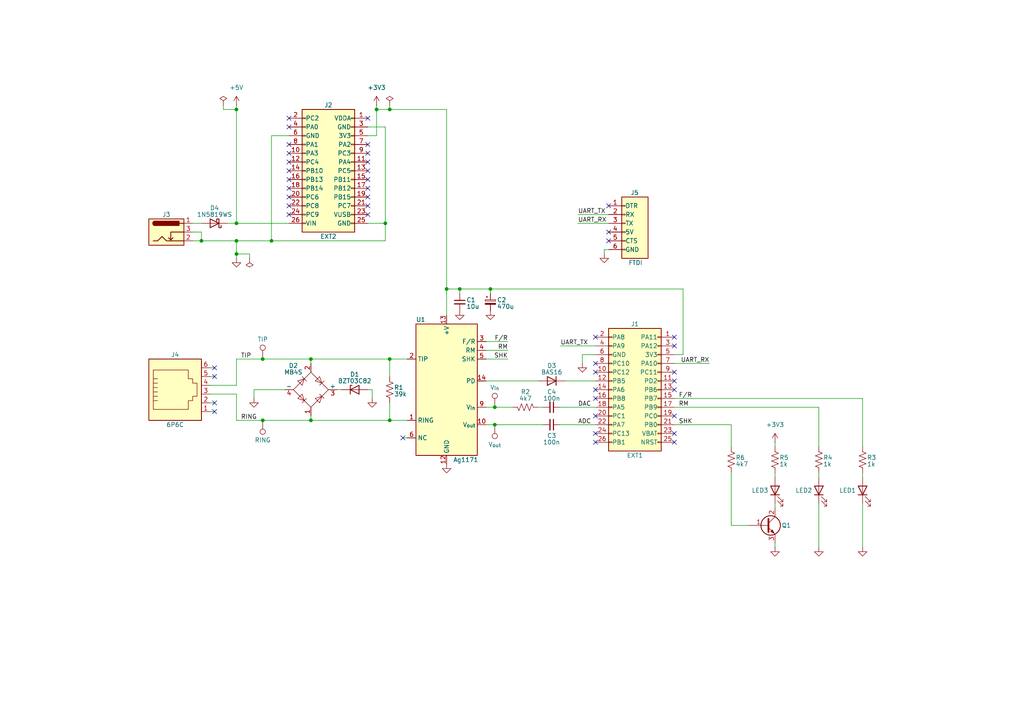
<source format=kicad_sch>
(kicad_sch (version 20231120) (generator "eeschema") (generator_version "8.0")
  (paper "A4")
  (lib_symbols
    (symbol "Conn_02x13_Odd_Even_1" (pin_names (offset 1.016))
      (property "Reference" "J2" (at 0 19.05 0))
      (symbol "Conn_02x13_Odd_Even_1_1_1"
        (rectangle (start -7.62 -15.113) (end -6.604 -15.367) (stroke (width 0.1524)))
        (rectangle (start -7.62 -12.573) (end -6.604 -12.827) (stroke (width 0.1524)))
        (rectangle (start -7.62 -10.033) (end -6.604 -10.287) (stroke (width 0.1524)))
        (rectangle (start -7.62 -7.493) (end -6.604 -7.747) (stroke (width 0.1524)))
        (rectangle (start -7.62 -4.953) (end -6.604 -5.207) (stroke (width 0.1524)))
        (rectangle (start -7.62 -2.413) (end -6.604 -2.667) (stroke (width 0.1524)))
        (rectangle (start -7.62 0.127) (end -6.604 -0.127) (stroke (width 0.1524)))
        (rectangle (start -7.62 2.667) (end -6.604 2.413) (stroke (width 0.1524)))
        (rectangle (start -7.62 5.207) (end -6.604 4.953) (stroke (width 0.1524)))
        (rectangle (start -7.62 7.747) (end -6.604 7.493) (stroke (width 0.1524)))
        (rectangle (start -7.62 10.287) (end -6.604 10.033) (stroke (width 0.1524)))
        (rectangle (start -7.62 12.827) (end -6.604 12.573) (stroke (width 0.1524)))
        (rectangle (start -7.62 15.367) (end -6.604 15.113) (stroke (width 0.1524)))
        (rectangle (start -7.62 17.78) (end 7.62 -17.78) (stroke (width 0.254)) (fill (type background)))
        (rectangle (start 6.604 -15.113) (end 7.62 -15.367) (stroke (width 0.1524)))
        (rectangle (start 6.604 -12.573) (end 7.62 -12.827) (stroke (width 0.1524)))
        (rectangle (start 6.604 -10.033) (end 7.62 -10.287) (stroke (width 0.1524)))
        (rectangle (start 6.604 -7.493) (end 7.62 -7.747) (stroke (width 0.1524)))
        (rectangle (start 6.604 -4.953) (end 7.62 -5.207) (stroke (width 0.1524)))
        (rectangle (start 6.604 -2.413) (end 7.62 -2.667) (stroke (width 0.1524)))
        (rectangle (start 6.604 0.127) (end 7.62 -0.127) (stroke (width 0.1524)))
        (rectangle (start 6.604 2.667) (end 7.62 2.413) (stroke (width 0.1524)))
        (rectangle (start 6.604 5.207) (end 7.62 4.953) (stroke (width 0.1524)))
        (rectangle (start 6.604 7.747) (end 7.62 7.493) (stroke (width 0.1524)))
        (rectangle (start 6.604 10.287) (end 7.62 10.033) (stroke (width 0.1524)))
        (rectangle (start 6.604 12.827) (end 7.62 12.573) (stroke (width 0.1524)))
        (rectangle (start 6.604 15.367) (end 7.62 15.113) (stroke (width 0.1524)))
        (pin passive line (at -11.43 15.24 0) (length 3.81) (name "VDDA") (number "1"))
        (pin passive line (at 11.43 5.08 180) (length 3.81) (name "PA3") (number "10"))
        (pin passive line (at -11.43 2.54 0) (length 3.81) (name "PA4") (number "11"))
        (pin passive line (at 11.43 2.54 180) (length 3.81) (name "PC4") (number "12"))
        (pin passive line (at -11.43 0 0) (length 3.81) (name "PC5") (number "13"))
        (pin passive line (at 11.43 0 180) (length 3.81) (name "PB10") (number "14"))
        (pin passive line (at -11.43 -2.54 0) (length 3.81) (name "PB11") (number "15"))
        (pin passive line (at 11.43 -2.54 180) (length 3.81) (name "PB13") (number "16"))
        (pin passive line (at -11.43 -5.08 0) (length 3.81) (name "PB12") (number "17"))
        (pin passive line (at 11.43 -5.08 180) (length 3.81) (name "PB14") (number "18"))
        (pin passive line (at -11.43 -7.62 0) (length 3.81) (name "PB15") (number "19"))
        (pin passive line (at 11.43 15.24 180) (length 3.81) (name "PC2") (number "2"))
        (pin passive line (at 11.43 -7.62 180) (length 3.81) (name "PC6") (number "20"))
        (pin passive line (at -11.43 -10.16 0) (length 3.81) (name "PC7") (number "21"))
        (pin passive line (at 11.43 -10.16 180) (length 3.81) (name "PC8") (number "22"))
        (pin passive line (at -11.43 -12.7 0) (length 3.81) (name "VUSB") (number "23"))
        (pin passive line (at 11.43 -12.7 180) (length 3.81) (name "PC9") (number "24"))
        (pin passive line (at -11.43 -15.24 0) (length 3.81) (name "GND") (number "25"))
        (pin passive line (at 11.43 -15.24 180) (length 3.81) (name "VIN") (number "26"))
        (pin passive line (at -11.43 12.7 0) (length 3.81) (name "GND") (number "3"))
        (pin passive line (at 11.43 12.7 180) (length 3.81) (name "PA0") (number "4"))
        (pin passive line (at -11.43 10.16 0) (length 3.81) (name "3V3") (number "5"))
        (pin passive line (at 11.43 10.16 180) (length 3.81) (name "GND") (number "6"))
        (pin passive line (at -11.43 7.62 0) (length 3.81) (name "PA2") (number "7"))
        (pin passive line (at 11.43 7.62 180) (length 3.81) (name "PA1") (number "8"))
        (pin passive line (at -11.43 5.08 0) (length 3.81) (name "PC3") (number "9"))
      )
    )
    (symbol "Connector:6P6C" (pin_names (offset 1.016))
      (property "Reference" "J" (at -5.08 11.43 0))
      (property "Value" "6P6C" (at 2.54 11.43 0))
      (symbol "6P6C_0_1"
        (polyline (pts (xy -6.35 -1.905) (xy -5.08 -1.905) (xy -5.08 -1.905)))
        (polyline (pts (xy -6.35 -0.635) (xy -5.08 -0.635) (xy -5.08 -0.635)))
        (polyline (pts (xy -6.35 0.635) (xy -5.08 0.635) (xy -5.08 0.635)))
        (polyline (pts (xy -6.35 1.905) (xy -5.08 1.905) (xy -5.08 1.905)))
        (polyline (pts (xy -6.35 3.175) (xy -5.08 3.175) (xy -5.08 3.175)))
        (polyline (pts (xy -5.08 4.445) (xy -6.35 4.445) (xy -6.35 4.445)))
        (polyline (pts (xy -6.35 -4.445) (xy -6.35 6.985) (xy 3.81 6.985) (xy 3.81 4.445) (xy 5.08 4.445) (xy 5.08 3.175) (xy 6.35 3.175) (xy 6.35 -0.635) (xy 5.08 -0.635) (xy 5.08 -1.905) (xy 3.81 -1.905) (xy 3.81 -4.445) (xy -6.35 -4.445) (xy -6.35 -4.445)))
        (rectangle (start 7.62 10.16) (end -7.62 -7.62) (stroke (width 0.254)) (fill (type background)))
      )
      (symbol "6P6C_1_1"
        (pin passive line (at 10.16 -5.08 180) (length 2.54) (name "~") (number "1"))
        (pin passive line (at 10.16 -2.54 180) (length 2.54) (name "~") (number "2"))
        (pin passive line (at 10.16 0 180) (length 2.54) (name "~") (number "3"))
        (pin passive line (at 10.16 2.54 180) (length 2.54) (name "~") (number "4"))
        (pin passive line (at 10.16 5.08 180) (length 2.54) (name "~") (number "5"))
        (pin passive line (at 10.16 7.62 180) (length 2.54) (name "~") (number "6"))
      )
    )
    (symbol "Connector:Barrel_Jack_Switch" (pin_names hide)
      (property "Reference" "J" (at 0 5.334 0))
      (property "Value" "Barrel_Jack_Switch" (at 0 -5.08 0))
      (symbol "Barrel_Jack_Switch_0_1"
        (rectangle (start -5.08 3.81) (end 5.08 -3.81) (stroke (width 0.254)) (fill (type background)))
        (arc (start -3.302 3.175) (mid -3.9343 2.54) (end -3.302 1.905) (stroke (width 0.254)))
        (arc (start -3.302 3.175) (mid -3.9343 2.54) (end -3.302 1.905) (stroke (width 0.254)) (fill (type outline)))
        (polyline (pts (xy 1.27 -2.286) (xy 1.905 -1.651)) (stroke (width 0.254)))
        (polyline (pts (xy 5.08 2.54) (xy 3.81 2.54)) (stroke (width 0.254)))
        (polyline (pts (xy 5.08 0) (xy 1.27 0) (xy 1.27 -2.286) (xy 0.635 -1.651)) (stroke (width 0.254)))
        (polyline (pts (xy -3.81 -2.54) (xy -2.54 -2.54) (xy -1.27 -1.27) (xy 0 -2.54) (xy 2.54 -2.54) (xy 5.08 -2.54)) (stroke (width 0.254)))
        (rectangle (start 3.683 3.175) (end -3.302 1.905) (stroke (width 0.254)) (fill (type outline)))
      )
      (symbol "Barrel_Jack_Switch_1_1"
        (pin passive line (at 7.62 2.54 180) (length 2.54) (name "~") (number "1"))
        (pin passive line (at 7.62 -2.54 180) (length 2.54) (name "~") (number "2"))
        (pin passive line (at 7.62 0 180) (length 2.54) (name "~") (number "3"))
      )
    )
    (symbol "Connector:TestPoint" (pin_numbers hide) (pin_names (offset 0.762) hide)
      (property "Reference" "TP" (at 0 6.858 0))
      (property "Value" "TestPoint" (at 0 5.08 0))
      (symbol "TestPoint_0_1"
        (circle (center 0 3.302) (radius 0.762))
      )
      (symbol "TestPoint_1_1"
        (pin passive line (at 0 0 90) (length 2.54) (name "1") (number "1"))
      )
    )
    (symbol "Connector_Generic:Conn_01x06" (pin_names (offset 1.016))
      (property "Reference" "J6" (at -1.27 8.89 0))
      (property "Value" "FTDI" (at -1.905 -11.43 0))
      (symbol "Conn_01x06_1_1"
        (rectangle (start -3.81 -7.493) (end -2.794 -7.747) (stroke (width 0.1524)))
        (rectangle (start -3.81 -4.953) (end -2.794 -5.207) (stroke (width 0.1524)))
        (rectangle (start -3.81 -2.413) (end -2.794 -2.667) (stroke (width 0.1524)))
        (rectangle (start -3.81 0.127) (end -2.794 -0.127) (stroke (width 0.1524)))
        (rectangle (start -3.81 2.667) (end -2.794 2.413) (stroke (width 0.1524)))
        (rectangle (start -3.81 5.207) (end -2.794 4.953) (stroke (width 0.1524)))
        (rectangle (start -3.81 7.62) (end 3.81 -10.16) (stroke (width 0.254)) (fill (type background)))
        (pin passive line (at -7.62 5.08 0) (length 3.81) (name "DTR") (number "1"))
        (pin passive line (at -7.62 2.54 0) (length 3.81) (name "RX") (number "2"))
        (pin passive line (at -7.62 0 0) (length 3.81) (name "TX") (number "3"))
        (pin passive line (at -7.62 -2.54 0) (length 3.81) (name "5V") (number "4"))
        (pin passive line (at -7.62 -5.08 0) (length 3.81) (name "CTS") (number "5"))
        (pin passive line (at -7.62 -7.62 0) (length 3.81) (name "GND") (number "6"))
      )
    )
    (symbol "Connector_Generic:Conn_02x13_Odd_Even" (pin_names (offset 1.016))
      (property "Reference" "J1" (at 0 19.05 0))
      (symbol "Conn_02x13_Odd_Even_1_1"
        (rectangle (start -7.62 -15.113) (end -6.604 -15.367) (stroke (width 0.1524)))
        (rectangle (start -7.62 -12.573) (end -6.604 -12.827) (stroke (width 0.1524)))
        (rectangle (start -7.62 -10.033) (end -6.604 -10.287) (stroke (width 0.1524)))
        (rectangle (start -7.62 -7.493) (end -6.604 -7.747) (stroke (width 0.1524)))
        (rectangle (start -7.62 -4.953) (end -6.604 -5.207) (stroke (width 0.1524)))
        (rectangle (start -7.62 -2.413) (end -6.604 -2.667) (stroke (width 0.1524)))
        (rectangle (start -7.62 0.127) (end -6.604 -0.127) (stroke (width 0.1524)))
        (rectangle (start -7.62 2.667) (end -6.604 2.413) (stroke (width 0.1524)))
        (rectangle (start -7.62 5.207) (end -6.604 4.953) (stroke (width 0.1524)))
        (rectangle (start -7.62 7.747) (end -6.604 7.493) (stroke (width 0.1524)))
        (rectangle (start -7.62 10.287) (end -6.604 10.033) (stroke (width 0.1524)))
        (rectangle (start -7.62 12.827) (end -6.604 12.573) (stroke (width 0.1524)))
        (rectangle (start -7.62 15.367) (end -6.604 15.113) (stroke (width 0.1524)))
        (rectangle (start -7.62 17.78) (end 7.62 -17.78) (stroke (width 0.254)) (fill (type background)))
        (rectangle (start 6.604 -15.113) (end 7.62 -15.367) (stroke (width 0.1524)))
        (rectangle (start 6.604 -12.573) (end 7.62 -12.827) (stroke (width 0.1524)))
        (rectangle (start 6.604 -10.033) (end 7.62 -10.287) (stroke (width 0.1524)))
        (rectangle (start 6.604 -7.493) (end 7.62 -7.747) (stroke (width 0.1524)))
        (rectangle (start 6.604 -4.953) (end 7.62 -5.207) (stroke (width 0.1524)))
        (rectangle (start 6.604 -2.413) (end 7.62 -2.667) (stroke (width 0.1524)))
        (rectangle (start 6.604 0.127) (end 7.62 -0.127) (stroke (width 0.1524)))
        (rectangle (start 6.604 2.667) (end 7.62 2.413) (stroke (width 0.1524)))
        (rectangle (start 6.604 5.207) (end 7.62 4.953) (stroke (width 0.1524)))
        (rectangle (start 6.604 7.747) (end 7.62 7.493) (stroke (width 0.1524)))
        (rectangle (start 6.604 10.287) (end 7.62 10.033) (stroke (width 0.1524)))
        (rectangle (start 6.604 12.827) (end 7.62 12.573) (stroke (width 0.1524)))
        (rectangle (start 6.604 15.367) (end 7.62 15.113) (stroke (width 0.1524)))
        (pin passive line (at -11.43 15.24 0) (length 3.81) (name "PA11") (number "1"))
        (pin passive line (at 11.43 5.08 180) (length 3.81) (name "PC12") (number "10"))
        (pin passive line (at -11.43 2.54 0) (length 3.81) (name "PD2") (number "11"))
        (pin passive line (at 11.43 2.54 180) (length 3.81) (name "PB5") (number "12"))
        (pin passive line (at -11.43 0 0) (length 3.81) (name "PB6") (number "13"))
        (pin passive line (at 11.43 0 180) (length 3.81) (name "PA6") (number "14"))
        (pin passive line (at -11.43 -2.54 0) (length 3.81) (name "PB7") (number "15"))
        (pin passive line (at 11.43 -2.54 180) (length 3.81) (name "PB8") (number "16"))
        (pin passive line (at -11.43 -5.08 0) (length 3.81) (name "PB9") (number "17"))
        (pin passive line (at 11.43 -5.08 180) (length 3.81) (name "PA5") (number "18"))
        (pin passive line (at -11.43 -7.62 0) (length 3.81) (name "PC0") (number "19"))
        (pin passive line (at 11.43 15.24 180) (length 3.81) (name "PA8") (number "2"))
        (pin passive line (at 11.43 -7.62 180) (length 3.81) (name "PC1") (number "20"))
        (pin passive line (at -11.43 -10.16 0) (length 3.81) (name "PB0") (number "21"))
        (pin passive line (at 11.43 -10.16 180) (length 3.81) (name "PA7") (number "22"))
        (pin passive line (at -11.43 -12.7 0) (length 3.81) (name "VBAT") (number "23"))
        (pin passive line (at 11.43 -12.7 180) (length 3.81) (name "PC13") (number "24"))
        (pin passive line (at -11.43 -15.24 0) (length 3.81) (name "NRST") (number "25"))
        (pin passive line (at 11.43 -15.24 180) (length 3.81) (name "PB1") (number "26"))
        (pin passive line (at -11.43 12.7 0) (length 3.81) (name "PA12") (number "3"))
        (pin passive line (at 11.43 12.7 180) (length 3.81) (name "PA9") (number "4"))
        (pin passive line (at -11.43 10.16 0) (length 3.81) (name "3V3") (number "5"))
        (pin passive line (at 11.43 10.16 180) (length 3.81) (name "GND") (number "6"))
        (pin passive line (at -11.43 7.62 0) (length 3.81) (name "PA10") (number "7"))
        (pin passive line (at 11.43 7.62 180) (length 3.81) (name "PC10") (number "8"))
        (pin passive line (at -11.43 5.08 0) (length 3.81) (name "PC11") (number "9"))
      )
    )
    (symbol "Device:C_Polarized_Small" (pin_numbers hide) (pin_names (offset 0.254) hide)
      (property "Reference" "C" (at 0.254 1.778 0))
      (property "Value" "C_Polarized_Small" (at 0.254 -2.032 0))
      (symbol "C_Polarized_Small_0_1"
        (rectangle (start -1.524 -0.3048) (end 1.524 -0.6858) (fill (type outline)))
        (rectangle (start -1.524 0.6858) (end 1.524 0.3048))
        (polyline (pts (xy -1.27 1.524) (xy -0.762 1.524)))
        (polyline (pts (xy -1.016 1.27) (xy -1.016 1.778)))
      )
      (symbol "C_Polarized_Small_1_1"
        (pin passive line (at 0 2.54 270) (length 1.8542) (name "~") (number "1"))
        (pin passive line (at 0 -2.54 90) (length 1.8542) (name "~") (number "2"))
      )
    )
    (symbol "Device:C_Small" (pin_numbers hide) (pin_names (offset 0.254) hide)
      (property "Reference" "C" (at 0.254 1.778 0))
      (property "Value" "C_Small" (at 0.254 -2.032 0))
      (symbol "C_Small_0_1"
        (polyline (pts (xy -1.524 -0.508) (xy 1.524 -0.508)) (stroke (width 0.3302)))
        (polyline (pts (xy -1.524 0.508) (xy 1.524 0.508)) (stroke (width 0.3048)))
      )
      (symbol "C_Small_1_1"
        (pin passive line (at 0 2.54 270) (length 2.032) (name "~") (number "1"))
        (pin passive line (at 0 -2.54 90) (length 2.032) (name "~") (number "2"))
      )
    )
    (symbol "Device:D" (pin_numbers hide) (pin_names (offset 1.016) hide)
      (property "Reference" "D" (at 0 2.54 0))
      (property "Value" "D" (at 0 -2.54 0))
      (symbol "D_0_1"
        (polyline (pts (xy -1.27 1.27) (xy -1.27 -1.27)) (stroke (width 0.254)))
        (polyline (pts (xy 1.27 0) (xy -1.27 0)))
        (polyline (pts (xy 1.27 1.27) (xy 1.27 -1.27) (xy -1.27 0) (xy 1.27 1.27)) (stroke (width 0.254)))
      )
      (symbol "D_1_1"
        (pin passive line (at -3.81 0 0) (length 2.54) (name "K") (number "1"))
        (pin passive line (at 3.81 0 180) (length 2.54) (name "A") (number "2"))
      )
    )
    (symbol "Device:D_Zener" (pin_numbers hide) (pin_names (offset 1.016) hide)
      (property "Reference" "D" (at 0 2.54 0))
      (property "Value" "D_Zener" (at 0 -2.54 0))
      (symbol "D_Zener_0_1"
        (polyline (pts (xy 1.27 0) (xy -1.27 0)))
        (polyline (pts (xy -1.27 -1.27) (xy -1.27 1.27) (xy -0.762 1.27)) (stroke (width 0.254)))
        (polyline (pts (xy 1.27 -1.27) (xy 1.27 1.27) (xy -1.27 0) (xy 1.27 -1.27)) (stroke (width 0.254)))
      )
      (symbol "D_Zener_1_1"
        (pin passive line (at -3.81 0 0) (length 2.54) (name "K") (number "1"))
        (pin passive line (at 3.81 0 180) (length 2.54) (name "A") (number "2"))
      )
    )
    (symbol "Device:LED" (pin_numbers hide) (pin_names (offset 1.016) hide)
      (property "Reference" "D" (at 0 2.54 0))
      (property "Value" "LED" (at 0 -2.54 0))
      (symbol "LED_0_1"
        (polyline (pts (xy -1.27 -1.27) (xy -1.27 1.27)) (stroke (width 0.254)))
        (polyline (pts (xy -1.27 0) (xy 1.27 0)))
        (polyline (pts (xy 1.27 -1.27) (xy 1.27 1.27) (xy -1.27 0) (xy 1.27 -1.27)) (stroke (width 0.254)))
        (polyline (pts (xy -3.048 -0.762) (xy -4.572 -2.286) (xy -3.81 -2.286) (xy -4.572 -2.286) (xy -4.572 -1.524)))
        (polyline (pts (xy -1.778 -0.762) (xy -3.302 -2.286) (xy -2.54 -2.286) (xy -3.302 -2.286) (xy -3.302 -1.524)))
      )
      (symbol "LED_1_1"
        (pin passive line (at -3.81 0 0) (length 2.54) (name "K") (number "1"))
        (pin passive line (at 3.81 0 180) (length 2.54) (name "A") (number "2"))
      )
    )
    (symbol "Device:Q_NPN_BCE" (pin_names (offset 0) hide)
      (property "Reference" "Q" (at 5.08 1.27 0))
      (property "Value" "Q_NPN_BCE" (at 5.08 -1.27 0))
      (symbol "Q_NPN_BCE_0_1"
        (polyline (pts (xy 0.635 0.635) (xy 2.54 2.54)))
        (polyline (pts (xy 0.635 -0.635) (xy 2.54 -2.54) (xy 2.54 -2.54)))
        (polyline (pts (xy 0.635 1.905) (xy 0.635 -1.905) (xy 0.635 -1.905)) (stroke (width 0.508)))
        (polyline (pts (xy 1.27 -1.778) (xy 1.778 -1.27) (xy 2.286 -2.286) (xy 1.27 -1.778) (xy 1.27 -1.778)) (fill (type outline)))
        (circle (center 1.27 0) (radius 2.8194) (stroke (width 0.254)))
      )
      (symbol "Q_NPN_BCE_1_1"
        (pin input line (at -5.08 0 0) (length 5.715) (name "B") (number "1"))
        (pin passive line (at 2.54 5.08 270) (length 2.54) (name "C") (number "2"))
        (pin passive line (at 2.54 -5.08 90) (length 2.54) (name "E") (number "3"))
      )
    )
    (symbol "Device:R_US" (pin_numbers hide) (pin_names (offset 0))
      (property "Reference" "R" (at 2.54 0 90))
      (property "Value" "R_US" (at -2.54 0 90))
      (symbol "R_US_0_1"
        (polyline (pts (xy 0 -2.286) (xy 0 -2.54)))
        (polyline (pts (xy 0 2.286) (xy 0 2.54)))
        (polyline (pts (xy 0 -0.762) (xy 1.016 -1.143) (xy 0 -1.524) (xy -1.016 -1.905) (xy 0 -2.286)))
        (polyline (pts (xy 0 0.762) (xy 1.016 0.381) (xy 0 0) (xy -1.016 -0.381) (xy 0 -0.762)))
        (polyline (pts (xy 0 2.286) (xy 1.016 1.905) (xy 0 1.524) (xy -1.016 1.143) (xy 0 0.762)))
      )
      (symbol "R_US_1_1"
        (pin passive line (at 0 3.81 270) (length 1.27) (name "~") (number "1"))
        (pin passive line (at 0 -3.81 90) (length 1.27) (name "~") (number "2"))
      )
    )
    (symbol "Diode:1N5819WS" (pin_numbers hide) (pin_names (offset 1.016) hide)
      (property "Reference" "D" (at 0 2.54 0))
      (property "Value" "1N5819WS" (at 0 -2.54 0))
      (symbol "1N5819WS_0_1"
        (polyline (pts (xy 1.27 0) (xy -1.27 0)))
        (polyline (pts (xy 1.27 1.27) (xy 1.27 -1.27) (xy -1.27 0) (xy 1.27 1.27)) (stroke (width 0.254)))
        (polyline (pts (xy -1.905 0.635) (xy -1.905 1.27) (xy -1.27 1.27) (xy -1.27 -1.27) (xy -0.635 -1.27) (xy -0.635 -0.635)) (stroke (width 0.254)))
      )
      (symbol "1N5819WS_1_1"
        (pin passive line (at -3.81 0 0) (length 2.54) (name "K") (number "1"))
        (pin passive line (at 3.81 0 180) (length 2.54) (name "A") (number "2"))
      )
    )
    (symbol "Diode_Bridge:MB4S" (pin_names (offset 0))
      (property "Reference" "D" (at 2.54 6.985 0))
      (property "Value" "MB4S" (at 2.54 5.08 0))
      (symbol "MB4S_0_1"
        (polyline (pts (xy -2.54 3.81) (xy -1.27 2.54)))
        (polyline (pts (xy -1.27 -2.54) (xy -2.54 -3.81)))
        (polyline (pts (xy 2.54 -1.27) (xy 3.81 -2.54)))
        (polyline (pts (xy 2.54 1.27) (xy 3.81 2.54)))
        (polyline (pts (xy -3.81 2.54) (xy -2.54 1.27) (xy -1.905 3.175) (xy -3.81 2.54)))
        (polyline (pts (xy -2.54 -1.27) (xy -3.81 -2.54) (xy -1.905 -3.175) (xy -2.54 -1.27)))
        (polyline (pts (xy 1.27 2.54) (xy 2.54 3.81) (xy 3.175 1.905) (xy 1.27 2.54)))
        (polyline (pts (xy 3.175 -1.905) (xy 1.27 -2.54) (xy 2.54 -3.81) (xy 3.175 -1.905)))
        (polyline (pts (xy -5.08 0) (xy 0 -5.08) (xy 5.08 0) (xy 0 5.08) (xy -5.08 0)))
      )
      (symbol "MB4S_1_1"
        (pin passive line (at 0 -7.62 90) (length 2.54) (name "~") (number "1"))
        (pin passive line (at 0 7.62 270) (length 2.54) (name "~") (number "2"))
        (pin passive line (at 7.62 0 180) (length 2.54) (name "+") (number "3"))
        (pin passive line (at -7.62 0 0) (length 2.54) (name "-") (number "4"))
      )
    )
    (symbol "Local:Ag1171"
      (property "Reference" "U" (at -8.255 20.32 0))
      (property "Value" "Ag1171" (at 5.715 -20.32 0))
      (symbol "Ag1171_1_1"
        (rectangle (start -8.89 19.05) (end 8.89 -19.05) (stroke (width 0.254)) (fill (type background)))
        (pin input line (at -11.43 -8.89 0) (length 2.54) (name "RING") (number "1"))
        (pin input line (at 11.43 -10.16 180) (length 2.54) (name "V_{out}") (number "10"))
        (pin input line (at -11.43 -13.97 0) (length 2.54) hide (name "NC") (number "11"))
        (pin power_in line (at 0 -21.59 90) (length 2.54) (name "GND") (number "12"))
        (pin power_in line (at 0 21.59 270) (length 2.54) (name "+V") (number "13"))
        (pin input line (at 11.43 2.54 180) (length 2.54) (name "PD") (number "14"))
        (pin input line (at -11.43 8.89 0) (length 2.54) (name "TIP") (number "2"))
        (pin input line (at 11.43 13.97 180) (length 2.54) (name "F/R") (number "3"))
        (pin input line (at 11.43 11.43 180) (length 2.54) (name "RM") (number "4"))
        (pin input line (at 11.43 8.89 180) (length 2.54) (name "SHK") (number "5"))
        (pin input line (at -11.43 -13.97 0) (length 2.54) (name "NC") (number "6"))
        (pin input line (at -11.43 -13.97 0) (length 2.54) hide (name "NC") (number "7"))
        (pin input line (at -11.43 -13.97 0) (length 2.54) hide (name "NC") (number "8"))
        (pin input line (at 11.43 -5.08 180) (length 2.54) (name "V_{in}") (number "9"))
      )
    )
    (symbol "power:+3V3" (power) (pin_numbers hide) (pin_names (offset 0) hide)
      (property "Value" "+3V3" (at 0 3.556 0))
      (symbol "+3V3_0_1"
        (polyline (pts (xy -0.762 1.27) (xy 0 2.54)))
        (polyline (pts (xy 0 0) (xy 0 2.54)))
        (polyline (pts (xy 0 2.54) (xy 0.762 1.27)))
      )
      (symbol "+3V3_1_1"
        (pin power_in line (at 0 0 90) (length 0) (name "~") (number "1"))
      )
    )
    (symbol "power:+5V" (power) (pin_numbers hide) (pin_names (offset 0) hide)
      (property "Value" "+5V" (at 0 3.556 0))
      (symbol "+5V_0_1"
        (polyline (pts (xy -0.762 1.27) (xy 0 2.54)))
        (polyline (pts (xy 0 0) (xy 0 2.54)))
        (polyline (pts (xy 0 2.54) (xy 0.762 1.27)))
      )
      (symbol "+5V_1_1"
        (pin power_in line (at 0 0 90) (length 0) (name "~") (number "1"))
      )
    )
    (symbol "power:GND" (power) (pin_numbers hide) (pin_names (offset 0) hide)
      (property "Value" "GND" (at 0 -3.81 0))
      (symbol "GND_0_1"
        (polyline (pts (xy 0 0) (xy 0 -1.27) (xy 1.27 -1.27) (xy 0 -2.54) (xy -1.27 -1.27) (xy 0 -1.27)))
      )
      (symbol "GND_1_1"
        (pin power_in line (at 0 0 270) (length 0) (name "~") (number "1"))
      )
    )
    (symbol "power:PWR_FLAG" (power) (pin_numbers hide) (pin_names (offset 0) hide)
      (property "Value" "PWR_FLAG" (at 0 3.81 0))
      (symbol "PWR_FLAG_0_0"
        (pin power_out line (at 0 0 90) (length 0) (name "~") (number "1"))
      )
      (symbol "PWR_FLAG_0_1"
        (polyline (pts (xy 0 0) (xy 0 1.27) (xy -1.016 1.905) (xy 0 2.54) (xy 1.016 1.905) (xy 0 1.27)))
      )
    )
  )
  (junction (at 68.58 64.77))
  (junction (at 76.2 121.92))
  (junction (at 90.17 121.92))
  (junction (at 113.03 121.92))
  (junction (at 68.58 31.75))
  (junction (at 58.42 69.85))
  (junction (at 90.17 104.14))
  (junction (at 68.58 73.66))
  (junction (at 133.35 83.82))
  (junction (at 143.51 118.11))
  (junction (at 76.2 104.14))
  (junction (at 111.76 64.77))
  (junction (at 129.54 83.82))
  (junction (at 143.51 123.19))
  (junction (at 113.03 31.75))
  (junction (at 142.24 83.82))
  (junction (at 109.22 31.75))
  (junction (at 68.58 69.85))
  (junction (at 78.74 69.85))
  (junction (at 113.03 104.14))
  (no_connect (at 195.58 97.79))
  (no_connect (at 83.82 41.91))
  (no_connect (at 172.72 97.79))
  (no_connect (at 106.68 62.23))
  (no_connect (at 62.23 106.68))
  (no_connect (at 106.68 57.15))
  (no_connect (at 176.53 59.69))
  (no_connect (at 106.68 52.07))
  (no_connect (at 195.58 113.03))
  (no_connect (at 195.58 125.73))
  (no_connect (at 116.84 127))
  (no_connect (at 83.82 52.07))
  (no_connect (at 172.72 128.27))
  (no_connect (at 172.72 113.03))
  (no_connect (at 106.68 34.29))
  (no_connect (at 62.23 119.38))
  (no_connect (at 106.68 49.53))
  (no_connect (at 172.72 120.65))
  (no_connect (at 106.68 41.91))
  (no_connect (at 62.23 116.84))
  (no_connect (at 83.82 46.99))
  (no_connect (at 106.68 44.45))
  (no_connect (at 83.82 62.23))
  (no_connect (at 172.72 125.73))
  (no_connect (at 195.58 110.49))
  (no_connect (at 83.82 34.29))
  (no_connect (at 176.53 67.31))
  (no_connect (at 83.82 57.15))
  (no_connect (at 106.68 46.99))
  (no_connect (at 83.82 36.83))
  (no_connect (at 83.82 59.69))
  (no_connect (at 83.82 49.53))
  (no_connect (at 195.58 120.65))
  (no_connect (at 106.68 59.69))
  (no_connect (at 195.58 107.95))
  (no_connect (at 106.68 54.61))
  (no_connect (at 172.72 115.57))
  (no_connect (at 176.53 69.85))
  (no_connect (at 195.58 100.33))
  (no_connect (at 172.72 105.41))
  (no_connect (at 83.82 54.61))
  (no_connect (at 172.72 107.95))
  (no_connect (at 195.58 128.27))
  (no_connect (at 62.23 109.22))
  (no_connect (at 83.82 44.45))
  (wire (pts (xy 167.64 62.23) (xy 176.53 62.23)))
  (wire (pts (xy 250.19 115.57) (xy 250.19 129.54)))
  (wire (pts (xy 113.03 104.14) (xy 113.03 109.22)))
  (wire (pts (xy 68.58 114.3) (xy 68.58 121.92)))
  (wire (pts (xy 68.58 64.77) (xy 83.82 64.77)))
  (wire (pts (xy 111.76 36.83) (xy 111.76 64.77)))
  (wire (pts (xy 55.88 64.77) (xy 58.42 64.77)))
  (wire (pts (xy 68.58 104.14) (xy 68.58 111.76)))
  (wire (pts (xy 133.35 83.82) (xy 133.35 85.09)))
  (wire (pts (xy 76.2 104.14) (xy 90.17 104.14)))
  (wire (pts (xy 68.58 31.75) (xy 68.58 64.77)))
  (wire (pts (xy 113.03 116.84) (xy 113.03 121.92)))
  (wire (pts (xy 58.42 67.31) (xy 58.42 69.85)))
  (wire (pts (xy 142.24 83.82) (xy 198.12 83.82)))
  (wire (pts (xy 83.82 39.37) (xy 78.74 39.37)))
  (wire (pts (xy 68.58 69.85) (xy 68.58 73.66)))
  (wire (pts (xy 64.77 31.75) (xy 68.58 31.75)))
  (wire (pts (xy 113.03 30.48) (xy 113.03 31.75)))
  (wire (pts (xy 143.51 118.11) (xy 148.59 118.11)))
  (wire (pts (xy 90.17 104.14) (xy 90.17 105.41)))
  (wire (pts (xy 212.09 137.16) (xy 212.09 152.4)))
  (wire (pts (xy 68.58 30.48) (xy 68.58 31.75)))
  (wire (pts (xy 198.12 83.82) (xy 198.12 102.87)))
  (wire (pts (xy 111.76 69.85) (xy 111.76 64.77)))
  (wire (pts (xy 162.56 118.11) (xy 172.72 118.11)))
  (wire (pts (xy 237.49 118.11) (xy 237.49 129.54)))
  (wire (pts (xy 129.54 83.82) (xy 129.54 91.44)))
  (wire (pts (xy 73.66 115.57) (xy 73.66 113.03)))
  (wire (pts (xy 143.51 123.19) (xy 157.48 123.19)))
  (wire (pts (xy 90.17 121.92) (xy 90.17 120.65)))
  (wire (pts (xy 109.22 30.48) (xy 109.22 31.75)))
  (wire (pts (xy 129.54 31.75) (xy 129.54 83.82)))
  (wire (pts (xy 60.96 111.76) (xy 68.58 111.76)))
  (wire (pts (xy 109.22 31.75) (xy 109.22 39.37)))
  (wire (pts (xy 140.97 118.11) (xy 143.51 118.11)))
  (wire (pts (xy 113.03 121.92) (xy 118.11 121.92)))
  (wire (pts (xy 237.49 146.05) (xy 237.49 158.75)))
  (wire (pts (xy 140.97 101.6) (xy 147.32 101.6)))
  (wire (pts (xy 60.96 116.84) (xy 62.23 116.84)))
  (wire (pts (xy 224.79 128.27) (xy 224.79 129.54)))
  (wire (pts (xy 107.95 113.03) (xy 106.68 113.03)))
  (wire (pts (xy 68.58 69.85) (xy 78.74 69.85)))
  (wire (pts (xy 224.79 147.32) (xy 224.79 146.05)))
  (wire (pts (xy 107.95 113.03) (xy 107.95 115.57)))
  (wire (pts (xy 212.09 123.19) (xy 212.09 129.54)))
  (wire (pts (xy 109.22 39.37) (xy 106.68 39.37)))
  (wire (pts (xy 140.97 123.19) (xy 143.51 123.19)))
  (wire (pts (xy 162.56 100.33) (xy 172.72 100.33)))
  (wire (pts (xy 142.24 85.09) (xy 142.24 83.82)))
  (wire (pts (xy 224.79 137.16) (xy 224.79 138.43)))
  (wire (pts (xy 175.26 72.39) (xy 176.53 72.39)))
  (wire (pts (xy 140.97 99.06) (xy 147.32 99.06)))
  (wire (pts (xy 195.58 123.19) (xy 212.09 123.19)))
  (wire (pts (xy 78.74 39.37) (xy 78.74 69.85)))
  (wire (pts (xy 156.21 118.11) (xy 157.48 118.11)))
  (wire (pts (xy 68.58 104.14) (xy 76.2 104.14)))
  (wire (pts (xy 78.74 69.85) (xy 111.76 69.85)))
  (wire (pts (xy 195.58 105.41) (xy 205.74 105.41)))
  (wire (pts (xy 250.19 146.05) (xy 250.19 158.75)))
  (wire (pts (xy 168.91 102.87) (xy 172.72 102.87)))
  (wire (pts (xy 90.17 121.92) (xy 113.03 121.92)))
  (wire (pts (xy 168.91 105.41) (xy 168.91 102.87)))
  (wire (pts (xy 129.54 83.82) (xy 133.35 83.82)))
  (wire (pts (xy 72.39 73.66) (xy 68.58 73.66)))
  (wire (pts (xy 109.22 31.75) (xy 113.03 31.75)))
  (wire (pts (xy 62.23 106.68) (xy 60.96 106.68)))
  (wire (pts (xy 195.58 115.57) (xy 250.19 115.57)))
  (wire (pts (xy 72.39 74.93) (xy 72.39 73.66)))
  (wire (pts (xy 113.03 104.14) (xy 118.11 104.14)))
  (wire (pts (xy 195.58 118.11) (xy 237.49 118.11)))
  (wire (pts (xy 73.66 113.03) (xy 82.55 113.03)))
  (wire (pts (xy 55.88 67.31) (xy 58.42 67.31)))
  (wire (pts (xy 133.35 83.82) (xy 142.24 83.82)))
  (wire (pts (xy 162.56 123.19) (xy 172.72 123.19)))
  (wire (pts (xy 116.84 127) (xy 118.11 127)))
  (wire (pts (xy 99.06 113.03) (xy 97.79 113.03)))
  (wire (pts (xy 175.26 72.39) (xy 175.26 73.66)))
  (wire (pts (xy 68.58 121.92) (xy 76.2 121.92)))
  (wire (pts (xy 62.23 109.22) (xy 60.96 109.22)))
  (wire (pts (xy 90.17 104.14) (xy 113.03 104.14)))
  (wire (pts (xy 140.97 110.49) (xy 156.21 110.49)))
  (wire (pts (xy 55.88 69.85) (xy 58.42 69.85)))
  (wire (pts (xy 64.77 30.48) (xy 64.77 31.75)))
  (wire (pts (xy 198.12 102.87) (xy 195.58 102.87)))
  (wire (pts (xy 237.49 137.16) (xy 237.49 138.43)))
  (wire (pts (xy 113.03 31.75) (xy 129.54 31.75)))
  (wire (pts (xy 212.09 152.4) (xy 217.17 152.4)))
  (wire (pts (xy 66.04 64.77) (xy 68.58 64.77)))
  (wire (pts (xy 167.64 64.77) (xy 176.53 64.77)))
  (wire (pts (xy 140.97 104.14) (xy 147.32 104.14)))
  (wire (pts (xy 60.96 119.38) (xy 62.23 119.38)))
  (wire (pts (xy 76.2 121.92) (xy 90.17 121.92)))
  (wire (pts (xy 58.42 69.85) (xy 68.58 69.85)))
  (wire (pts (xy 60.96 114.3) (xy 68.58 114.3)))
  (wire (pts (xy 111.76 36.83) (xy 106.68 36.83)))
  (wire (pts (xy 250.19 137.16) (xy 250.19 138.43)))
  (wire (pts (xy 68.58 73.66) (xy 68.58 74.93)))
  (wire (pts (xy 163.83 110.49) (xy 172.72 110.49)))
  (wire (pts (xy 224.79 158.75) (xy 224.79 157.48)))
  (wire (pts (xy 111.76 64.77) (xy 106.68 64.77)))
  (label "UART_TX" (at 162.56 100.33 0))
  (label "SHK" (at 147.32 104.14 180))
  (label "RING" (at 69.85 121.92 0))
  (label "RM" (at 147.32 101.6 180))
  (label "DAC" (at 167.64 118.11 0))
  (label "SHK" (at 196.85 123.19 0))
  (label "UART_RX" (at 205.74 105.41 180))
  (label "UART_RX" (at 167.64 64.77 0))
  (label "RM" (at 196.85 118.11 0))
  (label "F{slash}R" (at 196.85 115.57 0))
  (label "TIP" (at 69.85 104.14 0))
  (label "F{slash}R" (at 147.32 99.06 180))
  (label "UART_TX" (at 167.64 62.23 0))
  (label "ADC" (at 167.64 123.19 0))
  (symbol (lib_id "power:GND") (at 68.58 74.93 0) (mirror y) (unit 1)
    (property "Reference" "#PWR014" (effects (hide yes)))
    (property "Value" "GND" (effects (hide yes)))
    (property "Description" "Power symbol creates a global label with name \"GND\" , ground" (effects (hide yes)))
  )
  (symbol (lib_id "Device:C_Polarized_Small") (at 142.24 87.63 0) (unit 1)
    (property "Reference" "C2" (at 144.145 86.995 0) (effects (justify left)))
    (property "Value" "470u" (at 144.145 88.9 0) (effects (justify left)))
    (property "Footprint" "Capacitor_SMD:CP_Elec_8x10" (effects (hide yes)))
    (property "Description" "Polarized capacitor, small symbol" (effects (hide yes)))
    (property "LCSC" "C445481" (effects (hide yes)))
  )
  (symbol (lib_id "Connector:6P6C") (at 50.8 114.3 0) (unit 1) (in_bom no)
    (property "Reference" "J4" (at 50.8 102.87 0))
    (property "Value" "6P6C" (at 50.8 123.19 0))
    (property "Footprint" "Connector_RJ:RJ25_Wayconn_MJEA-660X1_Horizontal" (effects (hide yes)))
    (property "Description" "RJ connector, 6P6C (6 positions 6 connected), RJ12/RJ18/RJ25" (effects (hide yes)))
  )
  (symbol (lib_id "Device:C_Small") (at 133.35 87.63 0) (unit 1)
    (property "Reference" "C1" (at 135.255 86.995 0) (effects (justify left)))
    (property "Value" "10u" (at 135.255 88.9 0) (effects (justify left)))
    (property "Footprint" "Capacitor_SMD:C_0402_1005Metric" (effects (hide yes)))
    (property "Description" "Unpolarized capacitor, small symbol" (effects (hide yes)))
    (property "LCSC" "C76991" (effects (hide yes)))
  )
  (symbol (lib_id "Device:LED") (at 250.19 142.24 90) (unit 1)
    (property "Reference" "LED1" (at 248.285 142.24 90) (effects (justify left)))
    (property "Value" "F/R" (effects (hide yes)))
    (property "Footprint" "LED_SMD:LED_0805_2012Metric" (effects (hide yes)))
    (property "Description" "Light emitting diode" (effects (hide yes)))
    (property "LCSC" "C2295" (effects (hide yes)))
  )
  (symbol (lib_id "power:PWR_FLAG") (at 113.03 30.48 0) (unit 1)
    (property "Reference" "#FLG06" (effects (hide yes)))
    (property "Value" "PWR_FLAG" (effects (hide yes)))
    (property "Description" "Special symbol for telling ERC where power comes from" (effects (hide yes)))
  )
  (symbol (lib_id "Device:R_US") (at 113.03 113.03 180) (unit 1)
    (property "Reference" "R1" (at 114.3 112.395 0) (effects (justify right)))
    (property "Value" "39k" (at 114.3 114.3 0) (effects (justify right)))
    (property "Footprint" "Resistor_SMD:R_0805_2012Metric" (effects (hide yes)))
    (property "Description" "Resistor, US symbol" (effects (hide yes)))
    (property "LCSC" "C25826" (effects (hide yes)))
  )
  (symbol (lib_id "Connector:TestPoint") (at 143.51 118.11 0) (mirror y) (unit 1)
    (property "Reference" "TP4" (effects (hide yes)))
    (property "Value" "V_{in}" (at 143.51 112.395 0))
    (property "Footprint" "Connector_Pin:Pin_D1.0mm_L10.0mm_LooseFit" (effects (hide yes)))
    (property "Description" "test point" (effects (hide yes)))
  )
  (symbol (lib_id "Connector_Generic:Conn_02x13_Odd_Even") (at 184.15 113.03 0) (mirror y) (unit 1) (in_bom no)
    (property "Reference" "J1" (at 184.15 93.98 0))
    (property "Value" "EXT1" (at 184.15 132.08 0))
    (property "Footprint" "Connector_PinSocket_2.54mm:PinSocket_2x13_P2.54mm_Vertical" (effects (hide yes)))
    (property "Description" "Generic connector, double row, 02x13, odd/even pin numbering scheme (row 1 odd numbers, row 2 even numbers), script generated (kicad-library-utils/schlib/autogen/connector/)" (effects (hide yes)))
  )
  (symbol (lib_id "Device:D") (at 160.02 110.49 180) (unit 1)
    (property "Reference" "D3" (at 160.02 106.045 0))
    (property "Value" "BAS16" (at 160.02 107.95 0))
    (property "Footprint" "Diode_SMD:D_SOD-323" (effects (hide yes)))
    (property "Description" "Diode" (effects (hide yes)))
    (property "Sim.Device" "D" (effects (hide yes)))
    (property "Sim.Pins" "1=K 2=A" (effects (hide yes)))
    (property "LCSC" "C131148" (effects (hide yes)))
  )
  (symbol (lib_id "Connector:TestPoint") (at 76.2 121.92 180) (unit 1)
    (property "Reference" "TP2" (effects (hide yes)))
    (property "Value" "RING" (at 76.2 127.635 0))
    (property "Footprint" "Connector_Pin:Pin_D1.0mm_L10.0mm_LooseFit" (effects (hide yes)))
    (property "Description" "test point" (effects (hide yes)))
  )
  (symbol (lib_id "power:GND") (at 168.91 105.41 0) (mirror y) (unit 1)
    (property "Reference" "#PWR04" (effects (hide yes)))
    (property "Value" "GND" (effects (hide yes)))
    (property "Description" "Power symbol creates a global label with name \"GND\" , ground" (effects (hide yes)))
  )
  (symbol (lib_id "power:GND") (at 175.26 73.66 0) (mirror y) (unit 1)
    (property "Reference" "#PWR011" (effects (hide yes)))
    (property "Value" "GND" (effects (hide yes)))
    (property "Description" "Power symbol creates a global label with name \"GND\" , ground" (effects (hide yes)))
  )
  (symbol (lib_id "Device:R_US") (at 224.79 133.35 180) (unit 1)
    (property "Reference" "R5" (at 226.06 132.715 0) (effects (justify right)))
    (property "Value" "1k" (at 226.06 134.62 0) (effects (justify right)))
    (property "Footprint" "Resistor_SMD:R_0805_2012Metric" (effects (hide yes)))
    (property "Description" "Resistor, US symbol" (effects (hide yes)))
    (property "LCSC" "C17513" (effects (hide yes)))
  )
  (symbol (lib_id "Connector:TestPoint") (at 143.51 123.19 0) (mirror x) (unit 1)
    (property "Reference" "TP3" (effects (hide yes)))
    (property "Value" "V_{out}" (at 141.605 128.905 0) (effects (justify left)))
    (property "Footprint" "Connector_Pin:Pin_D1.0mm_L10.0mm_LooseFit" (effects (hide yes)))
    (property "Description" "test point" (effects (hide yes)))
  )
  (symbol (lib_id "Device:R_US") (at 212.09 133.35 180) (unit 1)
    (property "Reference" "R6" (at 213.36 132.715 0) (effects (justify right)))
    (property "Value" "4k7" (at 213.36 134.62 0) (effects (justify right)))
    (property "Footprint" "Resistor_SMD:R_0805_2012Metric" (effects (hide yes)))
    (property "Description" "Resistor, US symbol" (effects (hide yes)))
    (property "LCSC" "C17513" (effects (hide yes)))
  )
  (symbol (lib_id "Device:R_US") (at 152.4 118.11 270) (mirror x) (unit 1)
    (property "Reference" "R2" (at 152.4 113.665 90))
    (property "Value" "4k7" (at 152.4 115.57 90))
    (property "Footprint" "Resistor_SMD:R_0805_2012Metric" (effects (hide yes)))
    (property "Description" "Resistor, US symbol" (effects (hide yes)))
    (property "LCSC" "C17673" (effects (hide yes)))
  )
  (symbol (lib_id "Device:R_US") (at 237.49 133.35 180) (unit 1)
    (property "Reference" "R4" (at 238.76 132.715 0) (effects (justify right)))
    (property "Value" "1k" (at 238.76 134.62 0) (effects (justify right)))
    (property "Footprint" "Resistor_SMD:R_0805_2012Metric" (effects (hide yes)))
    (property "Description" "Resistor, US symbol" (effects (hide yes)))
    (property "LCSC" "C17513" (effects (hide yes)))
  )
  (symbol (lib_id "power:GND") (at 250.19 158.75 0) (unit 1)
    (property "Reference" "#PWR08" (effects (hide yes)))
    (property "Value" "GND" (effects (hide yes)))
    (property "Description" "Power symbol creates a global label with name \"GND\" , ground" (effects (hide yes)))
  )
  (symbol (lib_id "power:GND") (at 107.95 115.57 0) (mirror y) (unit 1)
    (property "Reference" "#PWR02" (effects (hide yes)))
    (property "Value" "GND" (effects (hide yes)))
    (property "Description" "Power symbol creates a global label with name \"GND\" , ground" (effects (hide yes)))
  )
  (symbol (lib_id "power:GND") (at 224.79 158.75 0) (unit 1)
    (property "Reference" "#PWR012" (effects (hide yes)))
    (property "Value" "GND" (effects (hide yes)))
    (property "Description" "Power symbol creates a global label with name \"GND\" , ground" (effects (hide yes)))
  )
  (symbol (lib_id "power:PWR_FLAG") (at 64.77 30.48 0) (mirror y) (unit 1)
    (property "Reference" "#FLG04" (effects (hide yes)))
    (property "Value" "PWR_FLAG" (effects (hide yes)))
    (property "Description" "Special symbol for telling ERC where power comes from" (effects (hide yes)))
  )
  (symbol (lib_id "Device:C_Small") (at 160.02 118.11 270) (unit 1)
    (property "Reference" "C4" (at 160.02 113.665 90))
    (property "Value" "100n" (at 160.02 115.57 90))
    (property "Footprint" "Capacitor_SMD:C_0402_1005Metric" (effects (hide yes)))
    (property "Description" "Unpolarized capacitor, small symbol" (effects (hide yes)))
    (property "LCSC" "C71629" (effects (hide yes)))
  )
  (symbol (lib_id "Diode_Bridge:MB4S") (at 90.17 113.03 0) (unit 1)
    (property "Reference" "D2" (at 85.09 106.045 0))
    (property "Value" "MB4S" (at 85.09 107.95 0))
    (property "Footprint" "Package_TO_SOT_SMD:TO-269AA" (effects (hide yes)))
    (property "Datasheet" "http://www.vishay.com/docs/88661/mb2s.pdf" (effects (hide yes)))
    (property "Description" "Miniature Glass Passivated Single-Phase Surface Mount Bridge Rectifiers, 280V Vrms, 0.5A If, TO-269AA" (effects (hide yes)))
    (property "LCSC" "C145443" (effects (hide yes)))
  )
  (symbol (lib_id "power:PWR_FLAG") (at 72.39 74.93 0) (mirror x) (unit 1)
    (property "Reference" "#FLG05" (effects (hide yes)))
    (property "Value" "PWR_FLAG" (effects (hide yes)))
    (property "Description" "Special symbol for telling ERC where power comes from" (effects (hide yes)))
  )
  (symbol (lib_id "Diode:1N5819WS") (at 62.23 64.77 180) (unit 1)
    (property "Reference" "D4" (at 62.23 60.325 0))
    (property "Value" "1N5819WS" (at 62.23 62.23 0))
    (property "Footprint" "Diode_SMD:D_SOD-323" (effects (hide yes)))
    (property "Datasheet" "https://datasheet.lcsc.com/lcsc/2204281430_Guangdong-Hottech-1N5819WS_C191023.pdf" (effects (hide yes)))
    (property "Description" "40V 600mV@1A 1A SOD-323 Schottky Barrier Diodes, SOD-323" (effects (hide yes)))
    (property "LCSC" "C191023" (effects (hide yes)))
  )
  (symbol (lib_id "power:GND") (at 237.49 158.75 0) (unit 1)
    (property "Reference" "#PWR09" (effects (hide yes)))
    (property "Value" "GND" (effects (hide yes)))
    (property "Description" "Power symbol creates a global label with name \"GND\" , ground" (effects (hide yes)))
  )
  (symbol (lib_id "Connector_Generic:Conn_01x06") (at 184.15 64.77 0) (unit 1) (in_bom no)
    (property "Reference" "J5" (at 182.88 55.88 0) (effects (justify left)))
    (property "Value" "FTDI" (at 182.245 76.2 0) (effects (justify left)))
    (property "Footprint" "Connector_PinHeader_2.54mm:PinHeader_1x06_P2.54mm_Vertical" (effects (hide yes)))
    (property "Description" "Generic connector, single row, 01x06, script generated (kicad-library-utils/schlib/autogen/connector/)" (effects (hide yes)))
  )
  (symbol (lib_id "power:GND") (at 129.54 134.62 0) (mirror y) (unit 1)
    (property "Reference" "#PWR03" (effects (hide yes)))
    (property "Value" "GND" (effects (hide yes)))
    (property "Description" "Power symbol creates a global label with name \"GND\" , ground" (effects (hide yes)))
  )
  (symbol (lib_id "Device:D_Zener") (at 102.87 113.03 0) (unit 1) (in_bom no)
    (property "Reference" "D1" (at 102.87 108.585 0))
    (property "Value" "BZT03C82" (at 102.87 110.49 0))
    (property "Footprint" "Diode_THT:D_DO-35_SOD27_P12.70mm_Horizontal" (effects (hide yes)))
    (property "Description" "Zener diode" (effects (hide yes)))
  )
  (symbol (lib_id "Device:Q_NPN_BCE") (at 222.25 152.4 0) (unit 1)
    (property "Reference" "Q1" (at 226.695 152.4 0) (effects (justify left)))
    (property "Value" "Q_NPN_BCE" (effects (hide yes)))
    (property "Footprint" "Package_TO_SOT_SMD:SOT-23" (effects (hide yes)))
    (property "Description" "NPN transistor, base/collector/emitter" (effects (hide yes)))
    (property "LCSC" "C20526" (effects (hide yes)))
  )
  (symbol (lib_id "power:GND") (at 133.35 90.17 0) (mirror y) (unit 1)
    (property "Reference" "#PWR01" (effects (hide yes)))
    (property "Value" "GND" (effects (hide yes)))
    (property "Description" "Power symbol creates a global label with name \"GND\" , ground" (effects (hide yes)))
  )
  (symbol (lib_id "power:+3V3") (at 109.22 30.48 0) (unit 1)
    (property "Reference" "#PWR015" (effects (hide yes)))
    (property "Value" "+3V3" (at 109.22 25.4 0))
    (property "Description" "Power symbol creates a global label with name \"+3V3\"" (effects (hide yes)))
  )
  (symbol (lib_id "power:+5V") (at 68.58 30.48 0) (mirror y) (unit 1)
    (property "Reference" "#PWR013" (effects (hide yes)))
    (property "Value" "+5V" (at 68.58 25.4 0))
    (property "Description" "Power symbol creates a global label with name \"+5V\"" (effects (hide yes)))
  )
  (symbol (lib_id "power:+3V3") (at 224.79 128.27 0) (unit 1)
    (property "Reference" "#PWR010" (effects (hide yes)))
    (property "Value" "+3V3" (at 224.79 123.19 0))
    (property "Description" "Power symbol creates a global label with name \"+3V3\"" (effects (hide yes)))
  )
  (symbol (lib_id "Local:Ag1171") (at 129.54 113.03 0) (unit 1)
    (property "Reference" "U1" (at 120.65 92.71 0) (effects (justify left)))
    (property "Value" "Ag1171" (at 131.445 133.35 0) (effects (justify left)))
    (property "Footprint" "Local:Ag1171" (effects (hide yes)))
    (property "Datasheet" "https://www.silvertel.com/images/datasheets/Ag1171-datasheet-Low-cost-ringing-SLIC-with-single-supply.pdf" (effects (hide yes)))
  )
  (symbol (lib_id "Device:C_Small") (at 160.02 123.19 270) (mirror x) (unit 1)
    (property "Reference" "C3" (at 160.02 126.365 90))
    (property "Value" "100n" (at 157.48 128.27 90) (effects (justify left)))
    (property "Footprint" "Capacitor_SMD:C_0402_1005Metric" (effects (hide yes)))
    (property "Description" "Unpolarized capacitor, small symbol" (effects (hide yes)))
    (property "LCSC" "C71629" (effects (hide yes)))
  )
  (symbol (lib_id "Connector:TestPoint") (at 76.2 104.14 0) (unit 1)
    (property "Reference" "TP1" (effects (hide yes)))
    (property "Value" "TIP" (at 76.2 98.425 0))
    (property "Footprint" "Connector_Pin:Pin_D1.0mm_L10.0mm_LooseFit" (effects (hide yes)))
    (property "Description" "test point" (effects (hide yes)))
  )
  (symbol (lib_id "power:GND") (at 73.66 115.57 0) (mirror y) (unit 1)
    (property "Reference" "#PWR05" (effects (hide yes)))
    (property "Value" "GND" (effects (hide yes)))
    (property "Description" "Power symbol creates a global label with name \"GND\" , ground" (effects (hide yes)))
  )
  (symbol (lib_name "Conn_02x13_Odd_Even_1") (lib_id "Connector_Generic:Conn_02x13_Odd_Even") (at 95.25 49.53 0) (mirror y) (unit 1) (in_bom no)
    (property "Reference" "J2" (at 95.25 30.48 0))
    (property "Value" "EXT2" (at 95.25 68.58 0))
    (property "Footprint" "Connector_PinSocket_2.54mm:PinSocket_2x13_P2.54mm_Vertical" (effects (hide yes)))
    (property "Description" "Generic connector, double row, 02x13, odd/even pin numbering scheme (row 1 odd numbers, row 2 even numbers), script generated (kicad-library-utils/schlib/autogen/connector/)" (effects (hide yes)))
  )
  (symbol (lib_id "Device:R_US") (at 250.19 133.35 180) (unit 1)
    (property "Reference" "R3" (at 251.46 132.715 0) (effects (justify right)))
    (property "Value" "1k" (at 251.46 134.62 0) (effects (justify right)))
    (property "Footprint" "Resistor_SMD:R_0805_2012Metric" (effects (hide yes)))
    (property "Description" "Resistor, US symbol" (effects (hide yes)))
    (property "LCSC" "C17513" (effects (hide yes)))
  )
  (symbol (lib_id "power:GND") (at 142.24 90.17 0) (mirror y) (unit 1)
    (property "Reference" "#PWR07" (effects (hide yes)))
    (property "Value" "GND" (effects (hide yes)))
    (property "Description" "Power symbol creates a global label with name \"GND\" , ground" (effects (hide yes)))
  )
  (symbol (lib_id "Device:LED") (at 224.79 142.24 90) (unit 1)
    (property "Reference" "LED3" (at 222.885 142.24 90) (effects (justify left)))
    (property "Value" "SHK" (effects (hide yes)))
    (property "Footprint" "LED_SMD:LED_0805_2012Metric" (effects (hide yes)))
    (property "Description" "Light emitting diode" (effects (hide yes)))
    (property "LCSC" "C2297" (effects (hide yes)))
  )
  (symbol (lib_id "Connector:Barrel_Jack_Switch") (at 48.26 67.31 0) (unit 1) (in_bom no)
    (property "Reference" "J3" (at 48.26 62.23 0))
    (property "Value" "Barrel_Jack_Switch" (effects (hide yes)))
    (property "Footprint" "Connector_BarrelJack:BarrelJack_GCT_DCJ200-10-A_Horizontal" (effects (hide yes)))
    (property "Description" "DC Barrel Jack with an internal switch" (effects (hide yes)))
  )
  (symbol (lib_id "Device:LED") (at 237.49 142.24 90) (unit 1)
    (property "Reference" "LED2" (at 235.585 142.24 90) (effects (justify left)))
    (property "Value" "RM" (effects (hide yes)))
    (property "Footprint" "LED_SMD:LED_0805_2012Metric" (effects (hide yes)))
    (property "Description" "Light emitting diode" (effects (hide yes)))
    (property "LCSC" "C2296" (effects (hide yes)))
  )
)
</source>
